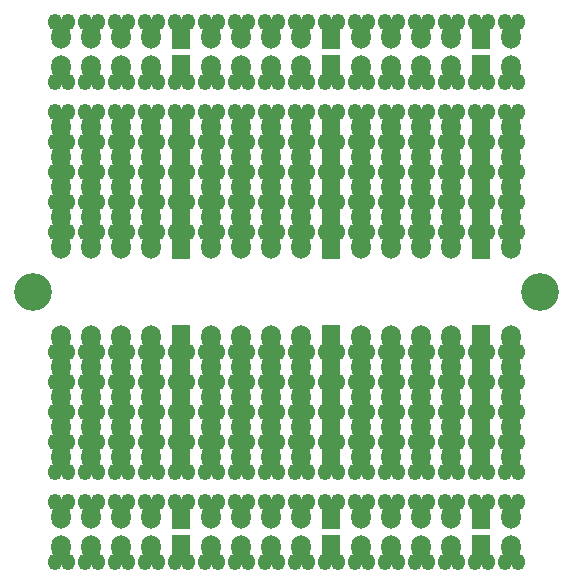
<source format=gts>
%FSLAX34Y34*%
G04 Gerber Fmt 3.4, Leading zero omitted, Abs format*
G04 (created by PCBNEW (2014-06-12 BZR 4942)-product) date Sat 14 Jun 2014 05:33:48 AM CEST*
%MOIN*%
G01*
G70*
G90*
G04 APERTURE LIST*
%ADD10C,0.005906*%
%ADD11C,0.125984*%
%ADD12O,0.064961X0.078740*%
%ADD13R,0.064961X0.078740*%
%ADD14O,0.047244X0.055118*%
G04 APERTURE END LIST*
G54D10*
G54D11*
X9785Y-35000D03*
X26714Y-35000D03*
G54D12*
X10750Y-40500D03*
X11750Y-40500D03*
X12750Y-40500D03*
X13750Y-40500D03*
G54D13*
X14750Y-40500D03*
G54D12*
X15750Y-40500D03*
X16750Y-40500D03*
X17750Y-40500D03*
X18750Y-30500D03*
G54D13*
X19750Y-30500D03*
G54D12*
X20750Y-30500D03*
X21750Y-30500D03*
X22750Y-30500D03*
X23750Y-30500D03*
G54D13*
X24750Y-30500D03*
G54D12*
X25750Y-30500D03*
G54D14*
X22539Y-29000D03*
X22960Y-29000D03*
X23539Y-29000D03*
X23960Y-29000D03*
X24539Y-29000D03*
X24960Y-29000D03*
X25539Y-29000D03*
X25960Y-29000D03*
G54D12*
X18750Y-33500D03*
G54D13*
X19750Y-33500D03*
G54D12*
X20750Y-33500D03*
X21750Y-33500D03*
X22750Y-33500D03*
X23750Y-33500D03*
G54D13*
X24750Y-33500D03*
G54D12*
X25750Y-33500D03*
X18750Y-29500D03*
G54D13*
X19750Y-29500D03*
G54D12*
X20750Y-29500D03*
X21750Y-29500D03*
X22750Y-29500D03*
X23750Y-29500D03*
G54D13*
X24750Y-29500D03*
G54D12*
X25750Y-29500D03*
X18750Y-31500D03*
G54D13*
X19750Y-31500D03*
G54D12*
X20750Y-31500D03*
X21750Y-31500D03*
X22750Y-31500D03*
X23750Y-31500D03*
G54D13*
X24750Y-31500D03*
G54D12*
X25750Y-31500D03*
X18750Y-32500D03*
G54D13*
X19750Y-32500D03*
G54D12*
X20750Y-32500D03*
X21750Y-32500D03*
X22750Y-32500D03*
X23750Y-32500D03*
G54D13*
X24750Y-32500D03*
G54D12*
X25750Y-32500D03*
X18750Y-36500D03*
G54D13*
X19750Y-36500D03*
G54D12*
X20750Y-36500D03*
X21750Y-36500D03*
X22750Y-36500D03*
X23750Y-36500D03*
G54D13*
X24750Y-36500D03*
G54D12*
X25750Y-36500D03*
X18750Y-40500D03*
G54D13*
X19750Y-40500D03*
G54D12*
X20750Y-40500D03*
X21750Y-40500D03*
X22750Y-40500D03*
X23750Y-40500D03*
G54D13*
X24750Y-40500D03*
G54D12*
X25750Y-40500D03*
X18750Y-39500D03*
G54D13*
X19750Y-39500D03*
G54D12*
X20750Y-39500D03*
X21750Y-39500D03*
X22750Y-39500D03*
X23750Y-39500D03*
G54D13*
X24750Y-39500D03*
G54D12*
X25750Y-39500D03*
X18750Y-38500D03*
G54D13*
X19750Y-38500D03*
G54D12*
X20750Y-38500D03*
X21750Y-38500D03*
X22750Y-38500D03*
X23750Y-38500D03*
G54D13*
X24750Y-38500D03*
G54D12*
X25750Y-38500D03*
X18750Y-37500D03*
G54D13*
X19750Y-37500D03*
G54D12*
X20750Y-37500D03*
X21750Y-37500D03*
X22750Y-37500D03*
X23750Y-37500D03*
G54D13*
X24750Y-37500D03*
G54D12*
X25750Y-37500D03*
G54D14*
X18539Y-29000D03*
X18960Y-29000D03*
X19539Y-29000D03*
X19960Y-29000D03*
X20539Y-29000D03*
X20960Y-29000D03*
X21539Y-29000D03*
X21960Y-29000D03*
X18539Y-30000D03*
X18960Y-30000D03*
X19539Y-30000D03*
X19960Y-30000D03*
X20539Y-30000D03*
X20960Y-30000D03*
X21539Y-30000D03*
X21960Y-30000D03*
X18539Y-31000D03*
X18960Y-31000D03*
X19539Y-31000D03*
X19960Y-31000D03*
X20539Y-31000D03*
X20960Y-31000D03*
X21539Y-31000D03*
X21960Y-31000D03*
X18539Y-32000D03*
X18960Y-32000D03*
X19539Y-32000D03*
X19960Y-32000D03*
X20539Y-32000D03*
X20960Y-32000D03*
X21539Y-32000D03*
X21960Y-32000D03*
X18539Y-33000D03*
X18960Y-33000D03*
X19539Y-33000D03*
X19960Y-33000D03*
X20539Y-33000D03*
X20960Y-33000D03*
X21539Y-33000D03*
X21960Y-33000D03*
X18539Y-37000D03*
X18960Y-37000D03*
X19539Y-37000D03*
X19960Y-37000D03*
X20539Y-37000D03*
X20960Y-37000D03*
X21539Y-37000D03*
X21960Y-37000D03*
X18539Y-38000D03*
X18960Y-38000D03*
X19539Y-38000D03*
X19960Y-38000D03*
X20539Y-38000D03*
X20960Y-38000D03*
X21539Y-38000D03*
X21960Y-38000D03*
X18539Y-39000D03*
X18960Y-39000D03*
X19539Y-39000D03*
X19960Y-39000D03*
X20539Y-39000D03*
X20960Y-39000D03*
X21539Y-39000D03*
X21960Y-39000D03*
X18539Y-40000D03*
X18960Y-40000D03*
X19539Y-40000D03*
X19960Y-40000D03*
X20539Y-40000D03*
X20960Y-40000D03*
X21539Y-40000D03*
X21960Y-40000D03*
X18539Y-41000D03*
X18960Y-41000D03*
X19539Y-41000D03*
X19960Y-41000D03*
X20539Y-41000D03*
X20960Y-41000D03*
X21539Y-41000D03*
X21960Y-41000D03*
X22539Y-30000D03*
X22960Y-30000D03*
X23539Y-30000D03*
X23960Y-30000D03*
X24539Y-30000D03*
X24960Y-30000D03*
X25539Y-30000D03*
X25960Y-30000D03*
X22539Y-31000D03*
X22960Y-31000D03*
X23539Y-31000D03*
X23960Y-31000D03*
X24539Y-31000D03*
X24960Y-31000D03*
X25539Y-31000D03*
X25960Y-31000D03*
X22539Y-32000D03*
X22960Y-32000D03*
X23539Y-32000D03*
X23960Y-32000D03*
X24539Y-32000D03*
X24960Y-32000D03*
X25539Y-32000D03*
X25960Y-32000D03*
X22539Y-33000D03*
X22960Y-33000D03*
X23539Y-33000D03*
X23960Y-33000D03*
X24539Y-33000D03*
X24960Y-33000D03*
X25539Y-33000D03*
X25960Y-33000D03*
X22539Y-41000D03*
X22960Y-41000D03*
X23539Y-41000D03*
X23960Y-41000D03*
X24539Y-41000D03*
X24960Y-41000D03*
X25539Y-41000D03*
X25960Y-41000D03*
X22539Y-40000D03*
X22960Y-40000D03*
X23539Y-40000D03*
X23960Y-40000D03*
X24539Y-40000D03*
X24960Y-40000D03*
X25539Y-40000D03*
X25960Y-40000D03*
X22539Y-39000D03*
X22960Y-39000D03*
X23539Y-39000D03*
X23960Y-39000D03*
X24539Y-39000D03*
X24960Y-39000D03*
X25539Y-39000D03*
X25960Y-39000D03*
X22539Y-38000D03*
X22960Y-38000D03*
X23539Y-38000D03*
X23960Y-38000D03*
X24539Y-38000D03*
X24960Y-38000D03*
X25539Y-38000D03*
X25960Y-38000D03*
X22539Y-37000D03*
X22960Y-37000D03*
X23539Y-37000D03*
X23960Y-37000D03*
X24539Y-37000D03*
X24960Y-37000D03*
X25539Y-37000D03*
X25960Y-37000D03*
X18539Y-42000D03*
X18960Y-42000D03*
X19539Y-42000D03*
X19960Y-42000D03*
X20539Y-42000D03*
X20960Y-42000D03*
X21539Y-42000D03*
X21960Y-42000D03*
X22539Y-42000D03*
X22960Y-42000D03*
X23539Y-42000D03*
X23960Y-42000D03*
X24539Y-42000D03*
X24960Y-42000D03*
X25539Y-42000D03*
X25960Y-42000D03*
G54D12*
X18750Y-42500D03*
G54D13*
X19750Y-42500D03*
G54D12*
X20750Y-42500D03*
X21750Y-42500D03*
X22750Y-42500D03*
X23750Y-42500D03*
G54D13*
X24750Y-42500D03*
G54D12*
X25750Y-42500D03*
X18750Y-43500D03*
G54D13*
X19750Y-43500D03*
G54D12*
X20750Y-43500D03*
X21750Y-43500D03*
X22750Y-43500D03*
X23750Y-43500D03*
G54D13*
X24750Y-43500D03*
G54D12*
X25750Y-43500D03*
G54D14*
X22539Y-44000D03*
X22960Y-44000D03*
X23539Y-44000D03*
X23960Y-44000D03*
X24539Y-44000D03*
X24960Y-44000D03*
X25539Y-44000D03*
X25960Y-44000D03*
X18539Y-44000D03*
X18960Y-44000D03*
X19539Y-44000D03*
X19960Y-44000D03*
X20539Y-44000D03*
X20960Y-44000D03*
X21539Y-44000D03*
X21960Y-44000D03*
X18539Y-28000D03*
X18960Y-28000D03*
X19539Y-28000D03*
X19960Y-28000D03*
X20539Y-28000D03*
X20960Y-28000D03*
X21539Y-28000D03*
X21960Y-28000D03*
X22539Y-28000D03*
X22960Y-28000D03*
X23539Y-28000D03*
X23960Y-28000D03*
X24539Y-28000D03*
X24960Y-28000D03*
X25539Y-28000D03*
X25960Y-28000D03*
G54D12*
X18750Y-27500D03*
G54D13*
X19750Y-27500D03*
G54D12*
X20750Y-27500D03*
X21750Y-27500D03*
X22750Y-27500D03*
X23750Y-27500D03*
G54D13*
X24750Y-27500D03*
G54D12*
X25750Y-27500D03*
X18750Y-26500D03*
G54D13*
X19750Y-26500D03*
G54D12*
X20750Y-26500D03*
X21750Y-26500D03*
X22750Y-26500D03*
X23750Y-26500D03*
G54D13*
X24750Y-26500D03*
G54D12*
X25750Y-26500D03*
G54D14*
X22539Y-26000D03*
X22960Y-26000D03*
X23539Y-26000D03*
X23960Y-26000D03*
X24539Y-26000D03*
X24960Y-26000D03*
X25539Y-26000D03*
X25960Y-26000D03*
X18539Y-26000D03*
X18960Y-26000D03*
X19539Y-26000D03*
X19960Y-26000D03*
X20539Y-26000D03*
X20960Y-26000D03*
X21539Y-26000D03*
X21960Y-26000D03*
X10539Y-26000D03*
X10960Y-26000D03*
X11539Y-26000D03*
X11960Y-26000D03*
X12539Y-26000D03*
X12960Y-26000D03*
X13539Y-26000D03*
X13960Y-26000D03*
X14539Y-26000D03*
X14960Y-26000D03*
X15539Y-26000D03*
X15960Y-26000D03*
X16539Y-26000D03*
X16960Y-26000D03*
X17539Y-26000D03*
X17960Y-26000D03*
G54D12*
X10750Y-26500D03*
X11750Y-26500D03*
X12750Y-26500D03*
X13750Y-26500D03*
G54D13*
X14750Y-26500D03*
G54D12*
X15750Y-26500D03*
X16750Y-26500D03*
X17750Y-26500D03*
X10750Y-27500D03*
X11750Y-27500D03*
X12750Y-27500D03*
X13750Y-27500D03*
G54D13*
X14750Y-27500D03*
G54D12*
X15750Y-27500D03*
X16750Y-27500D03*
X17750Y-27500D03*
G54D14*
X14539Y-28000D03*
X14960Y-28000D03*
X15539Y-28000D03*
X15960Y-28000D03*
X16539Y-28000D03*
X16960Y-28000D03*
X17539Y-28000D03*
X17960Y-28000D03*
X10539Y-28000D03*
X10960Y-28000D03*
X11539Y-28000D03*
X11960Y-28000D03*
X12539Y-28000D03*
X12960Y-28000D03*
X13539Y-28000D03*
X13960Y-28000D03*
X10539Y-44000D03*
X10960Y-44000D03*
X11539Y-44000D03*
X11960Y-44000D03*
X12539Y-44000D03*
X12960Y-44000D03*
X13539Y-44000D03*
X13960Y-44000D03*
X14539Y-44000D03*
X14960Y-44000D03*
X15539Y-44000D03*
X15960Y-44000D03*
X16539Y-44000D03*
X16960Y-44000D03*
X17539Y-44000D03*
X17960Y-44000D03*
G54D12*
X10750Y-43500D03*
X11750Y-43500D03*
X12750Y-43500D03*
X13750Y-43500D03*
G54D13*
X14750Y-43500D03*
G54D12*
X15750Y-43500D03*
X16750Y-43500D03*
X17750Y-43500D03*
X10750Y-42500D03*
X11750Y-42500D03*
X12750Y-42500D03*
X13750Y-42500D03*
G54D13*
X14750Y-42500D03*
G54D12*
X15750Y-42500D03*
X16750Y-42500D03*
X17750Y-42500D03*
G54D14*
X14539Y-42000D03*
X14960Y-42000D03*
X15539Y-42000D03*
X15960Y-42000D03*
X16539Y-42000D03*
X16960Y-42000D03*
X17539Y-42000D03*
X17960Y-42000D03*
X10539Y-42000D03*
X10960Y-42000D03*
X11539Y-42000D03*
X11960Y-42000D03*
X12539Y-42000D03*
X12960Y-42000D03*
X13539Y-42000D03*
X13960Y-42000D03*
X14539Y-37000D03*
X14960Y-37000D03*
X15539Y-37000D03*
X15960Y-37000D03*
X16539Y-37000D03*
X16960Y-37000D03*
X17539Y-37000D03*
X17960Y-37000D03*
X14539Y-38000D03*
X14960Y-38000D03*
X15539Y-38000D03*
X15960Y-38000D03*
X16539Y-38000D03*
X16960Y-38000D03*
X17539Y-38000D03*
X17960Y-38000D03*
X14539Y-39000D03*
X14960Y-39000D03*
X15539Y-39000D03*
X15960Y-39000D03*
X16539Y-39000D03*
X16960Y-39000D03*
X17539Y-39000D03*
X17960Y-39000D03*
X14539Y-40000D03*
X14960Y-40000D03*
X15539Y-40000D03*
X15960Y-40000D03*
X16539Y-40000D03*
X16960Y-40000D03*
X17539Y-40000D03*
X17960Y-40000D03*
X14539Y-41000D03*
X14960Y-41000D03*
X15539Y-41000D03*
X15960Y-41000D03*
X16539Y-41000D03*
X16960Y-41000D03*
X17539Y-41000D03*
X17960Y-41000D03*
X14539Y-33000D03*
X14960Y-33000D03*
X15539Y-33000D03*
X15960Y-33000D03*
X16539Y-33000D03*
X16960Y-33000D03*
X17539Y-33000D03*
X17960Y-33000D03*
X14539Y-32000D03*
X14960Y-32000D03*
X15539Y-32000D03*
X15960Y-32000D03*
X16539Y-32000D03*
X16960Y-32000D03*
X17539Y-32000D03*
X17960Y-32000D03*
X14539Y-31000D03*
X14960Y-31000D03*
X15539Y-31000D03*
X15960Y-31000D03*
X16539Y-31000D03*
X16960Y-31000D03*
X17539Y-31000D03*
X17960Y-31000D03*
X14539Y-30000D03*
X14960Y-30000D03*
X15539Y-30000D03*
X15960Y-30000D03*
X16539Y-30000D03*
X16960Y-30000D03*
X17539Y-30000D03*
X17960Y-30000D03*
X10539Y-41000D03*
X10960Y-41000D03*
X11539Y-41000D03*
X11960Y-41000D03*
X12539Y-41000D03*
X12960Y-41000D03*
X13539Y-41000D03*
X13960Y-41000D03*
X10539Y-40000D03*
X10960Y-40000D03*
X11539Y-40000D03*
X11960Y-40000D03*
X12539Y-40000D03*
X12960Y-40000D03*
X13539Y-40000D03*
X13960Y-40000D03*
X10539Y-39000D03*
X10960Y-39000D03*
X11539Y-39000D03*
X11960Y-39000D03*
X12539Y-39000D03*
X12960Y-39000D03*
X13539Y-39000D03*
X13960Y-39000D03*
X10539Y-38000D03*
X10960Y-38000D03*
X11539Y-38000D03*
X11960Y-38000D03*
X12539Y-38000D03*
X12960Y-38000D03*
X13539Y-38000D03*
X13960Y-38000D03*
X10539Y-37000D03*
X10960Y-37000D03*
X11539Y-37000D03*
X11960Y-37000D03*
X12539Y-37000D03*
X12960Y-37000D03*
X13539Y-37000D03*
X13960Y-37000D03*
X10539Y-33000D03*
X10960Y-33000D03*
X11539Y-33000D03*
X11960Y-33000D03*
X12539Y-33000D03*
X12960Y-33000D03*
X13539Y-33000D03*
X13960Y-33000D03*
X10539Y-32000D03*
X10960Y-32000D03*
X11539Y-32000D03*
X11960Y-32000D03*
X12539Y-32000D03*
X12960Y-32000D03*
X13539Y-32000D03*
X13960Y-32000D03*
X10539Y-31000D03*
X10960Y-31000D03*
X11539Y-31000D03*
X11960Y-31000D03*
X12539Y-31000D03*
X12960Y-31000D03*
X13539Y-31000D03*
X13960Y-31000D03*
X10539Y-30000D03*
X10960Y-30000D03*
X11539Y-30000D03*
X11960Y-30000D03*
X12539Y-30000D03*
X12960Y-30000D03*
X13539Y-30000D03*
X13960Y-30000D03*
X10539Y-29000D03*
X10960Y-29000D03*
X11539Y-29000D03*
X11960Y-29000D03*
X12539Y-29000D03*
X12960Y-29000D03*
X13539Y-29000D03*
X13960Y-29000D03*
G54D12*
X10750Y-37500D03*
X11750Y-37500D03*
X12750Y-37500D03*
X13750Y-37500D03*
G54D13*
X14750Y-37500D03*
G54D12*
X15750Y-37500D03*
X16750Y-37500D03*
X17750Y-37500D03*
X10750Y-38500D03*
X11750Y-38500D03*
X12750Y-38500D03*
X13750Y-38500D03*
G54D13*
X14750Y-38500D03*
G54D12*
X15750Y-38500D03*
X16750Y-38500D03*
X17750Y-38500D03*
X10750Y-39500D03*
X11750Y-39500D03*
X12750Y-39500D03*
X13750Y-39500D03*
G54D13*
X14750Y-39500D03*
G54D12*
X15750Y-39500D03*
X16750Y-39500D03*
X17750Y-39500D03*
X10750Y-36500D03*
X11750Y-36500D03*
X12750Y-36500D03*
X13750Y-36500D03*
G54D13*
X14750Y-36500D03*
G54D12*
X15750Y-36500D03*
X16750Y-36500D03*
X17750Y-36500D03*
X10750Y-32500D03*
X11750Y-32500D03*
X12750Y-32500D03*
X13750Y-32500D03*
G54D13*
X14750Y-32500D03*
G54D12*
X15750Y-32500D03*
X16750Y-32500D03*
X17750Y-32500D03*
X10750Y-31500D03*
X11750Y-31500D03*
X12750Y-31500D03*
X13750Y-31500D03*
G54D13*
X14750Y-31500D03*
G54D12*
X15750Y-31500D03*
X16750Y-31500D03*
X17750Y-31500D03*
X10750Y-30500D03*
X11750Y-30500D03*
X12750Y-30500D03*
X13750Y-30500D03*
G54D13*
X14750Y-30500D03*
G54D12*
X15750Y-30500D03*
X16750Y-30500D03*
X17750Y-30500D03*
X10750Y-29500D03*
X11750Y-29500D03*
X12750Y-29500D03*
X13750Y-29500D03*
G54D13*
X14750Y-29500D03*
G54D12*
X15750Y-29500D03*
X16750Y-29500D03*
X17750Y-29500D03*
X10750Y-33500D03*
X11750Y-33500D03*
X12750Y-33500D03*
X13750Y-33500D03*
G54D13*
X14750Y-33500D03*
G54D12*
X15750Y-33500D03*
X16750Y-33500D03*
X17750Y-33500D03*
G54D14*
X14539Y-29000D03*
X14960Y-29000D03*
X15539Y-29000D03*
X15960Y-29000D03*
X16539Y-29000D03*
X16960Y-29000D03*
X17539Y-29000D03*
X17960Y-29000D03*
M02*

</source>
